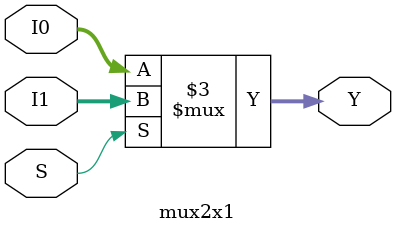
<source format=v>
module mux2x1 (output reg[3:0] Y, input S, input[3:0] I0,I1);
always @(S,I0,I1)
	if(S) Y=I1;
	else Y=I0;
endmodule
</source>
